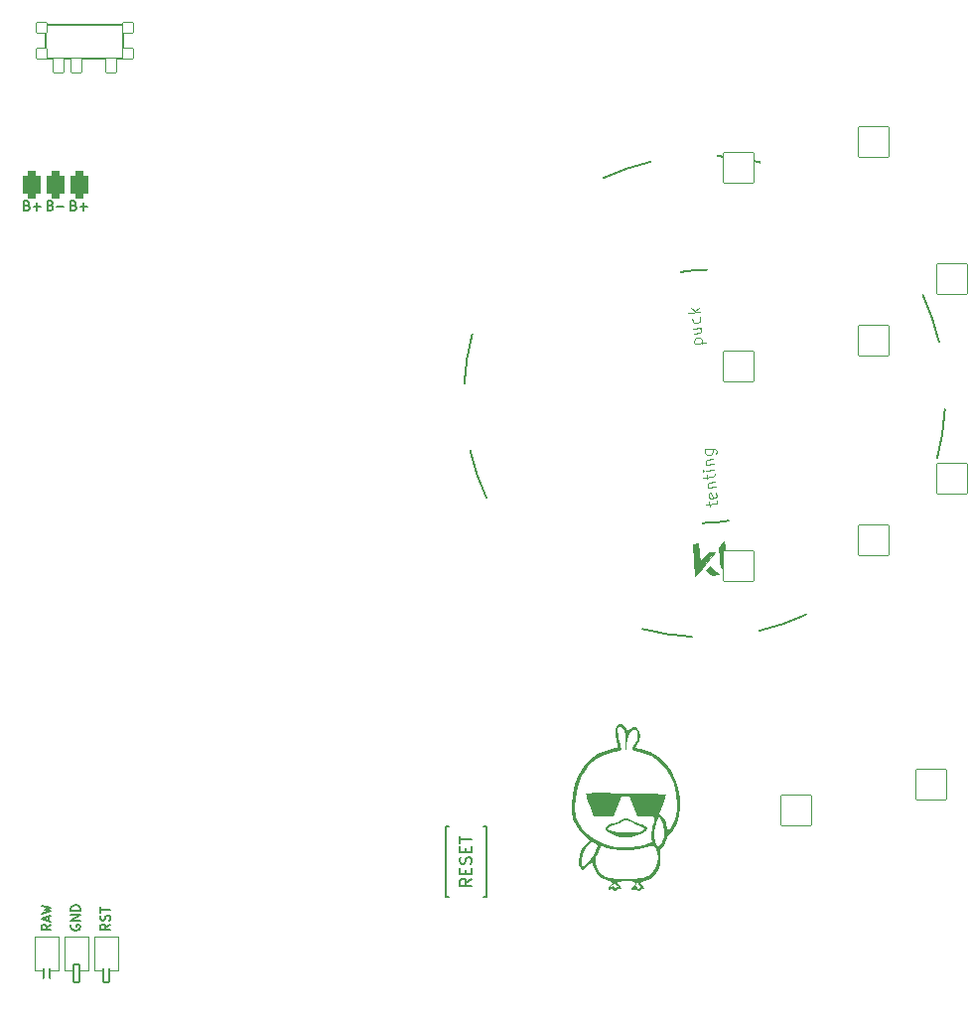
<source format=gto>
%TF.GenerationSoftware,KiCad,Pcbnew,(6.0.4)*%
%TF.CreationDate,2022-07-21T23:48:57+02:00*%
%TF.ProjectId,wizza,77697a7a-612e-46b6-9963-61645f706362,v1.0.0*%
%TF.SameCoordinates,Original*%
%TF.FileFunction,Legend,Top*%
%TF.FilePolarity,Positive*%
%FSLAX46Y46*%
G04 Gerber Fmt 4.6, Leading zero omitted, Abs format (unit mm)*
G04 Created by KiCad (PCBNEW (6.0.4)) date 2022-07-21 23:48:57*
%MOMM*%
%LPD*%
G01*
G04 APERTURE LIST*
G04 Aperture macros list*
%AMRoundRect*
0 Rectangle with rounded corners*
0 $1 Rounding radius*
0 $2 $3 $4 $5 $6 $7 $8 $9 X,Y pos of 4 corners*
0 Add a 4 corners polygon primitive as box body*
4,1,4,$2,$3,$4,$5,$6,$7,$8,$9,$2,$3,0*
0 Add four circle primitives for the rounded corners*
1,1,$1+$1,$2,$3*
1,1,$1+$1,$4,$5*
1,1,$1+$1,$6,$7*
1,1,$1+$1,$8,$9*
0 Add four rect primitives between the rounded corners*
20,1,$1+$1,$2,$3,$4,$5,0*
20,1,$1+$1,$4,$5,$6,$7,0*
20,1,$1+$1,$6,$7,$8,$9,0*
20,1,$1+$1,$8,$9,$2,$3,0*%
%AMFreePoly0*
4,1,16,0.685355,0.785355,0.700000,0.750000,0.691603,0.722265,0.210093,0.000000,0.691603,-0.722265,0.699029,-0.759806,0.677735,-0.791603,0.650000,-0.800000,-0.500000,-0.800000,-0.535355,-0.785355,-0.550000,-0.750000,-0.550000,0.750000,-0.535355,0.785355,-0.500000,0.800000,0.650000,0.800000,0.685355,0.785355,0.685355,0.785355,$1*%
%AMFreePoly1*
4,1,16,0.535355,0.785355,0.550000,0.750000,0.550000,-0.750000,0.535355,-0.785355,0.500000,-0.800000,-0.500000,-0.800000,-0.535355,-0.785355,-0.541603,-0.777735,-1.041603,-0.027735,-1.049029,0.009806,-1.041603,0.027735,-0.541603,0.777735,-0.509806,0.799029,-0.500000,0.800000,0.500000,0.800000,0.535355,0.785355,0.535355,0.785355,$1*%
G04 Aperture macros list end*
%ADD10C,0.150000*%
%ADD11C,0.100000*%
%ADD12C,0.200000*%
%ADD13C,0.010000*%
%ADD14C,0.120000*%
%ADD15C,2.000000*%
%ADD16RoundRect,0.375000X-0.375000X-0.750000X0.375000X-0.750000X0.375000X0.750000X-0.375000X0.750000X0*%
%ADD17C,1.752600*%
%ADD18C,2.100000*%
%ADD19C,1.801800*%
%ADD20C,3.100000*%
%ADD21C,3.529000*%
%ADD22RoundRect,0.050000X-1.054507X-1.505993X1.505993X-1.054507X1.054507X1.505993X-1.505993X1.054507X0*%
%ADD23C,2.132000*%
%ADD24RoundRect,0.050000X-1.181751X-1.408356X1.408356X-1.181751X1.181751X1.408356X-1.408356X1.181751X0*%
%ADD25RoundRect,0.050000X-1.300000X-1.300000X1.300000X-1.300000X1.300000X1.300000X-1.300000X1.300000X0*%
%ADD26RoundRect,0.050000X-0.450000X-0.450000X0.450000X-0.450000X0.450000X0.450000X-0.450000X0.450000X0*%
%ADD27RoundRect,0.050000X-0.450000X-0.625000X0.450000X-0.625000X0.450000X0.625000X-0.450000X0.625000X0*%
%ADD28C,5.100000*%
%ADD29C,1.100000*%
%ADD30RoundRect,0.425000X-0.375000X-0.750000X0.375000X-0.750000X0.375000X0.750000X-0.375000X0.750000X0*%
%ADD31RoundRect,0.050000X-0.863113X-1.623279X1.623279X-0.863113X0.863113X1.623279X-1.623279X0.863113X0*%
%ADD32C,4.500000*%
%ADD33C,1.852600*%
%ADD34FreePoly0,90.000000*%
%ADD35RoundRect,0.050000X-0.250000X-0.762000X0.250000X-0.762000X0.250000X0.762000X-0.250000X0.762000X0*%
%ADD36FreePoly1,90.000000*%
G04 APERTURE END LIST*
D10*
%TO.C,B1*%
X84381171Y48178873D02*
X83904981Y47845539D01*
X84381171Y47607444D02*
X83381171Y47607444D01*
X83381171Y47988396D01*
X83428791Y48083634D01*
X83476410Y48131254D01*
X83571648Y48178873D01*
X83714505Y48178873D01*
X83809743Y48131254D01*
X83857362Y48083634D01*
X83904981Y47988396D01*
X83904981Y47607444D01*
X83857362Y48607444D02*
X83857362Y48940777D01*
X84381171Y49083634D02*
X84381171Y48607444D01*
X83381171Y48607444D01*
X83381171Y49083634D01*
X84333552Y49464587D02*
X84381171Y49607444D01*
X84381171Y49845539D01*
X84333552Y49940777D01*
X84285933Y49988396D01*
X84190695Y50036015D01*
X84095457Y50036015D01*
X84000219Y49988396D01*
X83952600Y49940777D01*
X83904981Y49845539D01*
X83857362Y49655063D01*
X83809743Y49559825D01*
X83762124Y49512206D01*
X83666886Y49464587D01*
X83571648Y49464587D01*
X83476410Y49512206D01*
X83428791Y49559825D01*
X83381171Y49655063D01*
X83381171Y49893158D01*
X83428791Y50036015D01*
X83857362Y50464587D02*
X83857362Y50797920D01*
X84381171Y50940777D02*
X84381171Y50464587D01*
X83381171Y50464587D01*
X83381171Y50940777D01*
X83381171Y51226492D02*
X83381171Y51797920D01*
X84381171Y51512206D02*
X83381171Y51512206D01*
%TO.C,*%
%TO.C,PAD1*%
X48470695Y105598396D02*
X48584981Y105560301D01*
X48623076Y105522206D01*
X48661171Y105446015D01*
X48661171Y105331730D01*
X48623076Y105255539D01*
X48584981Y105217444D01*
X48508791Y105179349D01*
X48204029Y105179349D01*
X48204029Y105979349D01*
X48470695Y105979349D01*
X48546886Y105941254D01*
X48584981Y105903158D01*
X48623076Y105826968D01*
X48623076Y105750777D01*
X48584981Y105674587D01*
X48546886Y105636492D01*
X48470695Y105598396D01*
X48204029Y105598396D01*
X49004029Y105484111D02*
X49613552Y105484111D01*
X46470695Y105598396D02*
X46584981Y105560301D01*
X46623076Y105522206D01*
X46661171Y105446015D01*
X46661171Y105331730D01*
X46623076Y105255539D01*
X46584981Y105217444D01*
X46508791Y105179349D01*
X46204029Y105179349D01*
X46204029Y105979349D01*
X46470695Y105979349D01*
X46546886Y105941254D01*
X46584981Y105903158D01*
X46623076Y105826968D01*
X46623076Y105750777D01*
X46584981Y105674587D01*
X46546886Y105636492D01*
X46470695Y105598396D01*
X46204029Y105598396D01*
X47004029Y105484111D02*
X47613552Y105484111D01*
X47308791Y105179349D02*
X47308791Y105788873D01*
X50470695Y105598396D02*
X50584981Y105560301D01*
X50623076Y105522206D01*
X50661171Y105446015D01*
X50661171Y105331730D01*
X50623076Y105255539D01*
X50584981Y105217444D01*
X50508791Y105179349D01*
X50204029Y105179349D01*
X50204029Y105979349D01*
X50470695Y105979349D01*
X50546886Y105941254D01*
X50584981Y105903158D01*
X50623076Y105826968D01*
X50623076Y105750777D01*
X50584981Y105674587D01*
X50546886Y105636492D01*
X50470695Y105598396D01*
X50204029Y105598396D01*
X51004029Y105484111D02*
X51613552Y105484111D01*
X51308791Y105179349D02*
X51308791Y105788873D01*
%TO.C,*%
D11*
%TO.C,REF\u002A\u002A*%
X104661149Y79949585D02*
X104627946Y80329087D01*
X104316633Y80062846D02*
X105170514Y80137551D01*
X105261239Y80193289D01*
X105300377Y80292315D01*
X105292076Y80387191D01*
X105182384Y81094608D02*
X105238123Y81003883D01*
X105254724Y80814132D01*
X105215586Y80715106D01*
X105124861Y80659367D01*
X104745358Y80626165D01*
X104646332Y80665302D01*
X104590594Y80756028D01*
X104573993Y80945779D01*
X104613130Y81044805D01*
X104703856Y81100544D01*
X104798731Y81108844D01*
X104935110Y80642766D01*
X104524190Y81515033D02*
X105188319Y81573137D01*
X104619065Y81523334D02*
X104567477Y81566621D01*
X104511739Y81657347D01*
X104499288Y81799660D01*
X104538425Y81898686D01*
X104629151Y81954425D01*
X105150967Y82000078D01*
X104457785Y82274039D02*
X104424583Y82653542D01*
X104113269Y82387300D02*
X104967151Y82462005D01*
X105057876Y82517744D01*
X105097013Y82616770D01*
X105088713Y82711645D01*
X105059661Y83043710D02*
X104395531Y82985606D01*
X104063466Y82956555D02*
X104115054Y82913267D01*
X104158342Y82964855D01*
X104106754Y83008143D01*
X104063466Y82956555D01*
X104158342Y82964855D01*
X104354028Y83459985D02*
X105018158Y83518089D01*
X104448904Y83468285D02*
X104397316Y83511573D01*
X104341578Y83602298D01*
X104329127Y83744612D01*
X104368264Y83843638D01*
X104458989Y83899376D01*
X104980806Y83945029D01*
X104237821Y84788244D02*
X105044264Y84858799D01*
X105143290Y84819662D01*
X105194878Y84776374D01*
X105250616Y84685649D01*
X105263067Y84543335D01*
X105223930Y84444309D01*
X104854513Y84842198D02*
X104910251Y84751473D01*
X104926852Y84561721D01*
X104887715Y84462695D01*
X104844427Y84411107D01*
X104753702Y84355369D01*
X104469075Y84330467D01*
X104370049Y84369604D01*
X104318461Y84412892D01*
X104262722Y84503617D01*
X104246121Y84693369D01*
X104285259Y84792395D01*
X103387254Y93781692D02*
X104383449Y93868848D01*
X103434692Y93785842D02*
X103378953Y93876568D01*
X103362352Y94066319D01*
X103401489Y94165345D01*
X103444777Y94216933D01*
X103535502Y94272672D01*
X103820130Y94297573D01*
X103919155Y94258436D01*
X103970744Y94215149D01*
X104026482Y94124423D01*
X104043083Y93934672D01*
X104003946Y93835646D01*
X103271046Y95109952D02*
X103935176Y95168056D01*
X103308399Y94683011D02*
X103830215Y94728664D01*
X103920940Y94784403D01*
X103960078Y94883429D01*
X103947627Y95025742D01*
X103891888Y95116468D01*
X103840300Y95159755D01*
X103808883Y96065224D02*
X103864621Y95974499D01*
X103881222Y95784748D01*
X103842085Y95685722D01*
X103798798Y95634134D01*
X103708072Y95578395D01*
X103423445Y95553493D01*
X103324419Y95592631D01*
X103272831Y95635918D01*
X103217093Y95726644D01*
X103200492Y95916395D01*
X103239629Y96015421D01*
X103818968Y96496315D02*
X102822774Y96409160D01*
X103431165Y96557989D02*
X103785766Y96875818D01*
X103121636Y96817714D02*
X103534341Y96471414D01*
D10*
%TO.C,MCU1*%
X48511068Y44276669D02*
X48130116Y44010002D01*
X48511068Y43819526D02*
X47711068Y43819526D01*
X47711068Y44124288D01*
X47749164Y44200478D01*
X47787259Y44238573D01*
X47863449Y44276669D01*
X47977735Y44276669D01*
X48053925Y44238573D01*
X48092021Y44200478D01*
X48130116Y44124288D01*
X48130116Y43819526D01*
X48282497Y44581430D02*
X48282497Y44962383D01*
X48511068Y44505240D02*
X47711068Y44771907D01*
X48511068Y45038573D01*
X47711068Y45229050D02*
X48511068Y45419526D01*
X47939640Y45571907D01*
X48511068Y45724288D01*
X47711068Y45914764D01*
X53548636Y44313932D02*
X53167684Y44047266D01*
X53548636Y43856789D02*
X52748636Y43856789D01*
X52748636Y44161551D01*
X52786732Y44237742D01*
X52824827Y44275837D01*
X52901017Y44313932D01*
X53015303Y44313932D01*
X53091493Y44275837D01*
X53129589Y44237742D01*
X53167684Y44161551D01*
X53167684Y43856789D01*
X53510541Y44618694D02*
X53548636Y44732980D01*
X53548636Y44923456D01*
X53510541Y44999647D01*
X53472446Y45037742D01*
X53396255Y45075837D01*
X53320065Y45075837D01*
X53243874Y45037742D01*
X53205779Y44999647D01*
X53167684Y44923456D01*
X53129589Y44771075D01*
X53091493Y44694885D01*
X53053398Y44656789D01*
X52977208Y44618694D01*
X52901017Y44618694D01*
X52824827Y44656789D01*
X52786732Y44694885D01*
X52748636Y44771075D01*
X52748636Y44961551D01*
X52786732Y45075837D01*
X52748636Y45304408D02*
X52748636Y45761551D01*
X53548636Y45532980D02*
X52748636Y45532980D01*
X50246732Y44256789D02*
X50208636Y44180598D01*
X50208636Y44066313D01*
X50246732Y43952027D01*
X50322922Y43875836D01*
X50399112Y43837741D01*
X50551493Y43799646D01*
X50665779Y43799646D01*
X50818160Y43837741D01*
X50894351Y43875836D01*
X50970541Y43952027D01*
X51008636Y44066313D01*
X51008636Y44142503D01*
X50970541Y44256789D01*
X50932446Y44294884D01*
X50665779Y44294884D01*
X50665779Y44142503D01*
X51008636Y44637741D02*
X50208636Y44637741D01*
X51008636Y45094884D01*
X50208636Y45094884D01*
X51008636Y45475836D02*
X50208636Y45475836D01*
X50208636Y45666313D01*
X50246732Y45780598D01*
X50322922Y45856789D01*
X50399112Y45894884D01*
X50551493Y45932979D01*
X50665779Y45932979D01*
X50818160Y45894884D01*
X50894351Y45856789D01*
X50970541Y45780598D01*
X51008636Y45666313D01*
X51008636Y45475836D01*
%TO.C,B1*%
X85678791Y52631254D02*
X85678791Y46631254D01*
X82178791Y52631254D02*
X82178791Y46631254D01*
X85678791Y46631254D02*
X85428791Y46631254D01*
X82178791Y52631254D02*
X82428791Y52631254D01*
X82178791Y46631254D02*
X82428791Y46631254D01*
X85678791Y52631254D02*
X85428791Y52631254D01*
%TO.C,T1*%
X48089406Y120958838D02*
X48089406Y118108838D01*
X53339406Y120958838D02*
X49439406Y120958838D01*
X48089406Y118108838D02*
X54689406Y118108838D01*
X51389406Y120958838D02*
X54689406Y120958838D01*
X54689406Y118108838D02*
X54689406Y120958838D01*
X51389406Y120958838D02*
X48089406Y120958838D01*
%TO.C,G\u002A\u002A\u002A*%
G36*
X96548769Y51916693D02*
G01*
X96405046Y51986068D01*
X96071849Y52161485D01*
X95876390Y52299170D01*
X95796207Y52416253D01*
X95795437Y52422093D01*
X95971676Y52422093D01*
X95988101Y52401210D01*
X96168529Y52306350D01*
X96478794Y52228443D01*
X96880033Y52169837D01*
X97333380Y52132882D01*
X97799971Y52119924D01*
X98240942Y52133314D01*
X98617428Y52175398D01*
X98839213Y52228933D01*
X99066563Y52338527D01*
X99125263Y52453746D01*
X99015852Y52573289D01*
X98738871Y52695852D01*
X98630869Y52730683D01*
X98329356Y52840577D01*
X98072381Y52965621D01*
X97948079Y53051658D01*
X97686468Y53198637D01*
X97401413Y53181437D01*
X97174404Y53053918D01*
X96971575Y52935354D01*
X96684543Y52814259D01*
X96509192Y52756473D01*
X96179178Y52639529D01*
X95996898Y52525950D01*
X95971676Y52422093D01*
X95795437Y52422093D01*
X95791213Y52454114D01*
X95870313Y52641197D01*
X96085454Y52802174D01*
X96403391Y52915079D01*
X96523091Y52937724D01*
X96819227Y53026045D01*
X97099819Y53173993D01*
X97119063Y53187854D01*
X97417341Y53352947D01*
X97684738Y53362645D01*
X97958727Y53216474D01*
X98007986Y53176654D01*
X98219951Y53036549D01*
X98416467Y52965305D01*
X98443542Y52963128D01*
X98631143Y52927601D01*
X98887293Y52840321D01*
X98993454Y52795214D01*
X99223865Y52672121D01*
X99324025Y52558230D01*
X99332121Y52445887D01*
X99256264Y52268866D01*
X99177879Y52197204D01*
X98776550Y51996716D01*
X98470488Y51864649D01*
X98208234Y51784897D01*
X97938327Y51741354D01*
X97653879Y51720212D01*
X97317799Y51709037D01*
X97067688Y51728245D01*
X96834395Y51792557D01*
X96774776Y51818468D01*
X97338590Y51818468D01*
X97444964Y51805184D01*
X97569213Y51802714D01*
X97752334Y51809319D01*
X97802603Y51826205D01*
X97759713Y51839406D01*
X97512995Y51853413D01*
X97378713Y51839406D01*
X97338590Y51818468D01*
X96774776Y51818468D01*
X96622697Y51884563D01*
X96928601Y51884563D01*
X97011824Y51871005D01*
X97121638Y51886571D01*
X97122949Y51915473D01*
X97009632Y51935685D01*
X96960671Y51922157D01*
X96928601Y51884563D01*
X96622697Y51884563D01*
X96548769Y51916693D01*
G37*
G36*
X98161879Y47608299D02*
G01*
X98308086Y47757655D01*
X98331483Y47861449D01*
X98220559Y47926699D01*
X97963803Y47960423D01*
X97569213Y47969654D01*
X97233654Y47962297D01*
X96973489Y47942592D01*
X96826488Y47914084D01*
X96807213Y47898109D01*
X96863825Y47793600D01*
X96976546Y47673320D01*
X97111933Y47506152D01*
X97141779Y47370993D01*
X97065485Y47307066D01*
X96982014Y47315423D01*
X96825406Y47300589D01*
X96773004Y47240631D01*
X96671502Y47131810D01*
X96550759Y47166937D01*
X96499759Y47248437D01*
X96419632Y47328949D01*
X96296315Y47290770D01*
X96127485Y47217066D01*
X96057445Y47253272D01*
X96045213Y47376270D01*
X96086519Y47485062D01*
X96247582Y47485062D01*
X96342131Y47490412D01*
X96413825Y47536040D01*
X96513965Y47579159D01*
X96581750Y47478828D01*
X96594179Y47442272D01*
X96645149Y47319966D01*
X96682189Y47352612D01*
X96694491Y47393461D01*
X96789057Y47497378D01*
X96876017Y47491413D01*
X96947771Y47484640D01*
X96886176Y47559575D01*
X96838576Y47601939D01*
X96687431Y47762606D01*
X96612427Y47884987D01*
X96574389Y47957700D01*
X96559897Y47866799D01*
X96486289Y47715721D01*
X96376628Y47627106D01*
X96258972Y47538333D01*
X96247582Y47485062D01*
X96086519Y47485062D01*
X96111804Y47551659D01*
X96214546Y47650636D01*
X96358777Y47776698D01*
X96346809Y47883427D01*
X96173923Y47977232D01*
X95923685Y48045695D01*
X95470332Y48229968D01*
X95098315Y48547809D01*
X94834887Y48972320D01*
X94757500Y49196673D01*
X94656230Y49575311D01*
X94440555Y49438221D01*
X94226473Y49271191D01*
X94034699Y49079892D01*
X93844518Y48858654D01*
X93665104Y49070320D01*
X93534533Y49345228D01*
X93513264Y49607055D01*
X93759995Y49607055D01*
X93767563Y49381545D01*
X93804556Y49252958D01*
X93828732Y49239654D01*
X93921165Y49294163D01*
X94094964Y49436680D01*
X94267926Y49595208D01*
X94958075Y49595208D01*
X95040017Y49215462D01*
X95141292Y48978902D01*
X95318852Y48707165D01*
X95542676Y48498370D01*
X95833727Y48346419D01*
X96212965Y48245216D01*
X96701352Y48188663D01*
X97319849Y48170662D01*
X97891011Y48179046D01*
X98373591Y48195871D01*
X98725151Y48219503D01*
X98984000Y48255680D01*
X99188449Y48310137D01*
X99376806Y48388611D01*
X99415011Y48407243D01*
X99788712Y48682661D01*
X100061287Y49071473D01*
X100220691Y49543067D01*
X100254880Y50066830D01*
X100205320Y50416023D01*
X100120299Y50723903D01*
X100012097Y50901455D01*
X99845836Y50965233D01*
X99586637Y50931790D01*
X99294975Y50848067D01*
X98618321Y50693028D01*
X97861873Y50615507D01*
X97097962Y50618646D01*
X96398918Y50705590D01*
X96333762Y50719369D01*
X95999866Y50798470D01*
X95718211Y50874757D01*
X95539950Y50934145D01*
X95519599Y50943589D01*
X95417616Y50965645D01*
X95345873Y50877142D01*
X95288498Y50698615D01*
X95198447Y50441541D01*
X95090907Y50231808D01*
X95075970Y50210704D01*
X94969110Y49944877D01*
X94958075Y49595208D01*
X94267926Y49595208D01*
X94300217Y49624804D01*
X94530943Y49884156D01*
X94755600Y50200621D01*
X94946056Y50526798D01*
X95074178Y50815288D01*
X95113052Y50994313D01*
X95045492Y51100977D01*
X94880501Y51218521D01*
X94867933Y51225156D01*
X94719572Y51292244D01*
X94609761Y51289270D01*
X94486811Y51196665D01*
X94319524Y51017549D01*
X94113649Y50756764D01*
X93940700Y50482062D01*
X93888137Y50374200D01*
X93822852Y50152477D01*
X93779282Y49880397D01*
X93759995Y49607055D01*
X93513264Y49607055D01*
X93504993Y49708866D01*
X93567161Y50121528D01*
X93711713Y50543512D01*
X93929327Y50935110D01*
X94169661Y51219079D01*
X94426285Y51462837D01*
X93967790Y51881875D01*
X93491234Y52426850D01*
X93232087Y52864296D01*
X93111932Y53117494D01*
X93032871Y53325272D01*
X92986543Y53534772D01*
X92964585Y53793137D01*
X92958632Y54147512D01*
X92959162Y54402833D01*
X92962286Y54446654D01*
X93218487Y54446654D01*
X93222191Y54033476D01*
X93243613Y53733411D01*
X93292475Y53490425D01*
X93378496Y53248486D01*
X93457635Y53068109D01*
X93801095Y52507242D01*
X94285819Y51997522D01*
X94886910Y51557465D01*
X95579474Y51205587D01*
X96268603Y50977519D01*
X96747577Y50900115D01*
X97328105Y50872240D01*
X97950579Y50891450D01*
X98555394Y50955300D01*
X99082943Y51061347D01*
X99208030Y51098056D01*
X99788514Y51284007D01*
X99735086Y51722331D01*
X99744256Y52185539D01*
X99990672Y52185539D01*
X99992501Y51782998D01*
X100039959Y51422246D01*
X100132566Y51162198D01*
X100139925Y51150507D01*
X100292934Y50916987D01*
X100491075Y51103131D01*
X100630921Y51299036D01*
X100751748Y51575222D01*
X100786655Y51695444D01*
X100841512Y52251404D01*
X100749052Y52794589D01*
X100572472Y53188590D01*
X100449038Y53379701D01*
X100377998Y53438971D01*
X100331438Y53383641D01*
X100317637Y53345987D01*
X100244234Y53155290D01*
X100140033Y52911839D01*
X100125823Y52880320D01*
X100034953Y52570952D01*
X99990672Y52185539D01*
X99744256Y52185539D01*
X99746887Y52318464D01*
X99815373Y52626320D01*
X99927187Y53007234D01*
X99987036Y53252692D01*
X99976751Y53393164D01*
X99878165Y53459121D01*
X99673111Y53481032D01*
X99343421Y53489367D01*
X99299977Y53490723D01*
X98556979Y53515320D01*
X98210153Y54361987D01*
X97863326Y55208654D01*
X97202782Y55208654D01*
X96509034Y53515320D01*
X95656978Y53491356D01*
X94804921Y53467391D01*
X94450280Y54407795D01*
X94316270Y54782398D01*
X94215350Y55102374D01*
X94157496Y55333216D01*
X94152063Y55439495D01*
X94230403Y55463925D01*
X94435760Y55481601D01*
X94775234Y55492593D01*
X95255926Y55496967D01*
X95884938Y55494792D01*
X96669369Y55486136D01*
X97557411Y55472105D01*
X98293401Y55458373D01*
X98975168Y55444047D01*
X99584444Y55429630D01*
X100102957Y55415626D01*
X100512437Y55402541D01*
X100794615Y55390878D01*
X100931219Y55381143D01*
X100941077Y55378678D01*
X100929423Y55289420D01*
X100870066Y55076958D01*
X100773609Y54777069D01*
X100696799Y54554360D01*
X100417780Y53764784D01*
X100642522Y53540041D01*
X100804303Y53310373D01*
X100951922Y52982470D01*
X101009967Y52802026D01*
X101152669Y52288752D01*
X101365188Y52601502D01*
X101627804Y53058889D01*
X101792290Y53534598D01*
X101872948Y54081040D01*
X101887213Y54514440D01*
X101818027Y55422700D01*
X101616626Y56259392D01*
X101292246Y57011903D01*
X100854123Y57667624D01*
X100311493Y58213943D01*
X99673590Y58638249D01*
X98949652Y58927931D01*
X98593509Y59011903D01*
X98264209Y59088539D01*
X98092912Y59182768D01*
X98068634Y59322966D01*
X98180389Y59537511D01*
X98317212Y59725608D01*
X98494863Y60047466D01*
X98542879Y60383663D01*
X98508890Y60705125D01*
X98405018Y60874434D01*
X98228403Y60894940D01*
X98135250Y60861548D01*
X97921354Y60678073D01*
X97755651Y60363077D01*
X97652584Y59950977D01*
X97626045Y59648196D01*
X97607160Y59332323D01*
X97577814Y59174921D01*
X97544456Y59165973D01*
X97513531Y59295462D01*
X97491486Y59553373D01*
X97484546Y59868040D01*
X97458822Y60407933D01*
X97383570Y60811873D01*
X97261670Y61070826D01*
X97096001Y61175757D01*
X97067146Y61177654D01*
X96905297Y61102994D01*
X96843719Y60972913D01*
X96833117Y60754481D01*
X96868757Y60432699D01*
X96940374Y60063845D01*
X97037700Y59704194D01*
X97113789Y59492487D01*
X97185333Y59299174D01*
X97210916Y59187703D01*
X97208579Y59180132D01*
X97120086Y59152466D01*
X96908450Y59101553D01*
X96616524Y59037603D01*
X96565843Y59026972D01*
X95759686Y58788482D01*
X95071834Y58431102D01*
X94494622Y57949106D01*
X94020385Y57336765D01*
X93815195Y56971424D01*
X93509440Y56271210D01*
X93319995Y55591636D01*
X93230699Y54864320D01*
X93218487Y54446654D01*
X92962286Y54446654D01*
X93028468Y55374948D01*
X93222742Y56265453D01*
X93534816Y57063940D01*
X93957521Y57760001D01*
X94483690Y58343228D01*
X95106155Y58803211D01*
X95817748Y59129542D01*
X96304796Y59261051D01*
X96575363Y59321742D01*
X96771997Y59376107D01*
X96841467Y59405686D01*
X96845550Y59504917D01*
X96809957Y59715001D01*
X96762766Y59911591D01*
X96658750Y60429936D01*
X96643025Y60856316D01*
X96714871Y61170681D01*
X96812998Y61309890D01*
X96953231Y61413009D01*
X97080602Y61408226D01*
X97215165Y61341103D01*
X97422529Y61167607D01*
X97553909Y60981485D01*
X97665605Y60749134D01*
X97920238Y60963394D01*
X98130348Y61122224D01*
X98279782Y61161547D01*
X98427225Y61081968D01*
X98546728Y60969836D01*
X98716877Y60687467D01*
X98760256Y60336547D01*
X98677137Y59960478D01*
X98538694Y59697876D01*
X98415367Y59505217D01*
X98350718Y59382286D01*
X98348194Y59361764D01*
X98437841Y59335674D01*
X98644067Y59286598D01*
X98857894Y59239174D01*
X99611255Y58993109D01*
X100285881Y58601976D01*
X100873028Y58074899D01*
X101363952Y57421002D01*
X101749909Y56649409D01*
X101966030Y55995985D01*
X102141692Y55115044D01*
X102184236Y54296592D01*
X102095634Y53552261D01*
X101877859Y52893682D01*
X101532884Y52332485D01*
X101302099Y52081313D01*
X101138043Y51890413D01*
X101047054Y51716705D01*
X101040546Y51675774D01*
X100998536Y51481177D01*
X100894448Y51237357D01*
X100761198Y51006396D01*
X100631701Y50850379D01*
X100588360Y50822876D01*
X100527411Y50757568D01*
X100491282Y50600216D01*
X100475976Y50322691D01*
X100475643Y50029267D01*
X100471138Y49621245D01*
X100441201Y49324827D01*
X100376732Y49083073D01*
X100293457Y48889272D01*
X100003762Y48476848D01*
X99603291Y48176616D01*
X99126718Y48014364D01*
X99114379Y48012339D01*
X98857847Y47941938D01*
X98763379Y47841719D01*
X98833540Y47716551D01*
X98923879Y47650636D01*
X99059270Y47514969D01*
X99083820Y47380177D01*
X98995056Y47298624D01*
X98940813Y47292320D01*
X98749260Y47236071D01*
X98681113Y47186487D01*
X98576675Y47131602D01*
X98471494Y47219447D01*
X98460641Y47233887D01*
X98349554Y47326796D01*
X98292010Y47297387D01*
X98175153Y47214299D01*
X98048354Y47232750D01*
X97992546Y47335483D01*
X98028577Y47424982D01*
X98199247Y47424982D01*
X98213652Y47415187D01*
X98275906Y47460216D01*
X98405566Y47533294D01*
X98492315Y47471902D01*
X98527002Y47415321D01*
X98601868Y47305825D01*
X98639153Y47342268D01*
X98651112Y47393461D01*
X98737166Y47498525D01*
X98823350Y47494534D01*
X98882221Y47496602D01*
X98795046Y47579603D01*
X98775713Y47594221D01*
X98631970Y47745590D01*
X98578528Y47874147D01*
X98564475Y47962517D01*
X98525681Y47885705D01*
X98525419Y47884987D01*
X98439084Y47732751D01*
X98299269Y47548883D01*
X98199247Y47424982D01*
X98028577Y47424982D01*
X98052297Y47483901D01*
X98161879Y47608299D01*
G37*
D12*
%TO.C,REF\u002A\u002A*%
X103307945Y100061176D02*
G75*
G03*
X102189008Y99903920I940833J-10753844D01*
G01*
X84255162Y84689623D02*
G75*
G03*
X85646838Y80644977I19993583J4617617D01*
G01*
X104437190Y100100610D02*
G75*
G03*
X103307945Y100061176I-188408J-10793256D01*
G01*
X108866422Y69313625D02*
G75*
G03*
X112911068Y70705301I-4617632J19993625D01*
G01*
X84425255Y94607737D02*
G75*
G03*
X83757067Y90382876I19823519J-5300480D01*
G01*
X98948310Y69483717D02*
G75*
G03*
X103173169Y68815530I5300481J19823537D01*
G01*
X105189637Y78553331D02*
G75*
G03*
X106308574Y78710588I-940837J10753823D01*
G01*
X109549273Y109130791D02*
G75*
G03*
X105324413Y109798978I-5300482J-19823537D01*
G01*
X124072328Y84006773D02*
G75*
G03*
X124740515Y88231632I-19823588J5300489D01*
G01*
X99631160Y109300883D02*
G75*
G03*
X95586513Y107909207I4617626J-19993612D01*
G01*
X104060392Y78513898D02*
G75*
G03*
X105189637Y78553332I188400J10793277D01*
G01*
X124242419Y93924885D02*
G75*
G03*
X122850745Y97969529I-19993688J-4617652D01*
G01*
G36*
X104694683Y74802523D02*
G01*
X104719293Y74781726D01*
X104756737Y74749335D01*
X104804855Y74707277D01*
X104861478Y74657476D01*
X104924444Y74601859D01*
X104991585Y74542349D01*
X105060739Y74480872D01*
X105129738Y74419354D01*
X105196419Y74359719D01*
X105258618Y74303893D01*
X105314167Y74253801D01*
X105360903Y74211368D01*
X105396660Y74178519D01*
X105419274Y74157180D01*
X105421793Y74154699D01*
X105452918Y74123658D01*
X104835263Y74069621D01*
X104647227Y74229911D01*
X104588919Y74279762D01*
X104534337Y74326696D01*
X104486750Y74367886D01*
X104449419Y74400502D01*
X104425612Y74421717D01*
X104422143Y74424919D01*
X104385094Y74459637D01*
X104531454Y74634402D01*
X104576667Y74688002D01*
X104616947Y74735016D01*
X104649931Y74772747D01*
X104673258Y74798499D01*
X104684564Y74809574D01*
X104685077Y74809803D01*
X104694683Y74802523D01*
G37*
D13*
X104694683Y74802523D02*
X104719293Y74781726D01*
X104756737Y74749335D01*
X104804855Y74707277D01*
X104861478Y74657476D01*
X104924444Y74601859D01*
X104991585Y74542349D01*
X105060739Y74480872D01*
X105129738Y74419354D01*
X105196419Y74359719D01*
X105258618Y74303893D01*
X105314167Y74253801D01*
X105360903Y74211368D01*
X105396660Y74178519D01*
X105419274Y74157180D01*
X105421793Y74154699D01*
X105452918Y74123658D01*
X104835263Y74069621D01*
X104647227Y74229911D01*
X104588919Y74279762D01*
X104534337Y74326696D01*
X104486750Y74367886D01*
X104449419Y74400502D01*
X104425612Y74421717D01*
X104422143Y74424919D01*
X104385094Y74459637D01*
X104531454Y74634402D01*
X104576667Y74688002D01*
X104616947Y74735016D01*
X104649931Y74772747D01*
X104673258Y74798499D01*
X104684564Y74809574D01*
X104685077Y74809803D01*
X104694683Y74802523D01*
G36*
X105558667Y75183081D02*
G01*
X105555343Y75216065D01*
X106064685Y75216065D01*
X106064947Y75117766D01*
X106083981Y75021510D01*
X106122492Y74930501D01*
X106155756Y74879059D01*
X106230129Y74796946D01*
X106315485Y74733266D01*
X106409152Y74688767D01*
X106508457Y74664197D01*
X106610727Y74660301D01*
X106713291Y74677828D01*
X106784159Y74703390D01*
X106825591Y74723162D01*
X106864827Y74744021D01*
X106880255Y74753177D01*
X106922666Y74788009D01*
X106967776Y74838326D01*
X107010817Y74897760D01*
X107047019Y74959946D01*
X107065085Y75000000D01*
X107081333Y75045836D01*
X107090565Y75085399D01*
X107094208Y75128172D01*
X107093690Y75183641D01*
X107093510Y75188935D01*
X107080807Y75295478D01*
X107049507Y75391006D01*
X106997878Y75480269D01*
X106977689Y75507141D01*
X106906603Y75579123D01*
X106822668Y75634187D01*
X106729408Y75671698D01*
X106630348Y75691015D01*
X106529016Y75691506D01*
X106428937Y75672529D01*
X106333634Y75633449D01*
X106320232Y75625967D01*
X106237230Y75565554D01*
X106169467Y75491150D01*
X106117651Y75405964D01*
X106082489Y75313200D01*
X106064685Y75216065D01*
X105555343Y75216065D01*
X105547976Y75289182D01*
X105536246Y75411281D01*
X105523621Y75547972D01*
X105510246Y75697851D01*
X105509220Y75709542D01*
X105448846Y76398616D01*
X105910167Y76950951D01*
X105953332Y76459274D01*
X105962608Y76355447D01*
X105971527Y76259113D01*
X105979847Y76172623D01*
X105987326Y76098330D01*
X105993727Y76038586D01*
X105998807Y75995743D01*
X106002325Y75972153D01*
X106003581Y75968217D01*
X106015415Y75975590D01*
X106038742Y75994037D01*
X106061285Y76013277D01*
X106169381Y76093726D01*
X106286853Y76153295D01*
X106414327Y76192229D01*
X106552437Y76210775D01*
X106570240Y76211662D01*
X106660105Y76212947D01*
X106737337Y76207721D01*
X106810415Y76194548D01*
X106887814Y76171991D01*
X106960244Y76145564D01*
X107094252Y76081708D01*
X107214759Y75999920D01*
X107320609Y75901783D01*
X107410650Y75788876D01*
X107483728Y75662780D01*
X107538691Y75525077D01*
X107574383Y75377347D01*
X107585746Y75288329D01*
X107588783Y75135534D01*
X107570146Y74988787D01*
X107529339Y74845449D01*
X107481620Y74733947D01*
X107406719Y74606641D01*
X107314631Y74493335D01*
X107207434Y74395297D01*
X107087205Y74313794D01*
X106956022Y74250096D01*
X106815959Y74205466D01*
X106669097Y74181174D01*
X106568841Y74176903D01*
X106422615Y74189086D01*
X106278549Y74222934D01*
X106140132Y74277055D01*
X106010857Y74350063D01*
X105894213Y74440567D01*
X105885053Y74448966D01*
X105795156Y74545619D01*
X105715429Y74657277D01*
X105649503Y74777853D01*
X105601010Y74901256D01*
X105588126Y74946757D01*
X105583049Y74974816D01*
X105576348Y75024493D01*
X105570498Y75074507D01*
X105568173Y75094383D01*
X105558667Y75183081D01*
G37*
X105558667Y75183081D02*
X105555343Y75216065D01*
X106064685Y75216065D01*
X106064947Y75117766D01*
X106083981Y75021510D01*
X106122492Y74930501D01*
X106155756Y74879059D01*
X106230129Y74796946D01*
X106315485Y74733266D01*
X106409152Y74688767D01*
X106508457Y74664197D01*
X106610727Y74660301D01*
X106713291Y74677828D01*
X106784159Y74703390D01*
X106825591Y74723162D01*
X106864827Y74744021D01*
X106880255Y74753177D01*
X106922666Y74788009D01*
X106967776Y74838326D01*
X107010817Y74897760D01*
X107047019Y74959946D01*
X107065085Y75000000D01*
X107081333Y75045836D01*
X107090565Y75085399D01*
X107094208Y75128172D01*
X107093690Y75183641D01*
X107093510Y75188935D01*
X107080807Y75295478D01*
X107049507Y75391006D01*
X106997878Y75480269D01*
X106977689Y75507141D01*
X106906603Y75579123D01*
X106822668Y75634187D01*
X106729408Y75671698D01*
X106630348Y75691015D01*
X106529016Y75691506D01*
X106428937Y75672529D01*
X106333634Y75633449D01*
X106320232Y75625967D01*
X106237230Y75565554D01*
X106169467Y75491150D01*
X106117651Y75405964D01*
X106082489Y75313200D01*
X106064685Y75216065D01*
X105555343Y75216065D01*
X105547976Y75289182D01*
X105536246Y75411281D01*
X105523621Y75547972D01*
X105510246Y75697851D01*
X105509220Y75709542D01*
X105448846Y76398616D01*
X105910167Y76950951D01*
X105953332Y76459274D01*
X105962608Y76355447D01*
X105971527Y76259113D01*
X105979847Y76172623D01*
X105987326Y76098330D01*
X105993727Y76038586D01*
X105998807Y75995743D01*
X106002325Y75972153D01*
X106003581Y75968217D01*
X106015415Y75975590D01*
X106038742Y75994037D01*
X106061285Y76013277D01*
X106169381Y76093726D01*
X106286853Y76153295D01*
X106414327Y76192229D01*
X106552437Y76210775D01*
X106570240Y76211662D01*
X106660105Y76212947D01*
X106737337Y76207721D01*
X106810415Y76194548D01*
X106887814Y76171991D01*
X106960244Y76145564D01*
X107094252Y76081708D01*
X107214759Y75999920D01*
X107320609Y75901783D01*
X107410650Y75788876D01*
X107483728Y75662780D01*
X107538691Y75525077D01*
X107574383Y75377347D01*
X107585746Y75288329D01*
X107588783Y75135534D01*
X107570146Y74988787D01*
X107529339Y74845449D01*
X107481620Y74733947D01*
X107406719Y74606641D01*
X107314631Y74493335D01*
X107207434Y74395297D01*
X107087205Y74313794D01*
X106956022Y74250096D01*
X106815959Y74205466D01*
X106669097Y74181174D01*
X106568841Y74176903D01*
X106422615Y74189086D01*
X106278549Y74222934D01*
X106140132Y74277055D01*
X106010857Y74350063D01*
X105894213Y74440567D01*
X105885053Y74448966D01*
X105795156Y74545619D01*
X105715429Y74657277D01*
X105649503Y74777853D01*
X105601010Y74901256D01*
X105588126Y74946757D01*
X105583049Y74974816D01*
X105576348Y75024493D01*
X105570498Y75074507D01*
X105568173Y75094383D01*
X105558667Y75183081D01*
G36*
X103855542Y75137192D02*
G01*
X104585473Y76006819D01*
X104873013Y76028869D01*
X105160553Y76050921D01*
X104391519Y75120217D01*
X104284477Y74990671D01*
X104180273Y74864560D01*
X104080013Y74743220D01*
X103984802Y74627991D01*
X103895745Y74520208D01*
X103813947Y74421209D01*
X103740514Y74332334D01*
X103676551Y74254919D01*
X103623163Y74190302D01*
X103581457Y74139821D01*
X103552537Y74104815D01*
X103540029Y74089671D01*
X103457573Y73989828D01*
X103218603Y76721265D01*
X103713168Y76764534D01*
X103855542Y75137192D01*
G37*
X103855542Y75137192D02*
X104585473Y76006819D01*
X104873013Y76028869D01*
X105160553Y76050921D01*
X104391519Y75120217D01*
X104284477Y74990671D01*
X104180273Y74864560D01*
X104080013Y74743220D01*
X103984802Y74627991D01*
X103895745Y74520208D01*
X103813947Y74421209D01*
X103740514Y74332334D01*
X103676551Y74254919D01*
X103623163Y74190302D01*
X103581457Y74139821D01*
X103552537Y74104815D01*
X103540029Y74089671D01*
X103457573Y73989828D01*
X103218603Y76721265D01*
X103713168Y76764534D01*
X103855542Y75137192D01*
D14*
%TO.C,MCU1*%
X50334791Y40419777D02*
X49654791Y40419777D01*
X54194791Y40419777D02*
X53534791Y40419777D01*
X47114791Y40419777D02*
X47114791Y43219777D01*
X47114791Y43219777D02*
X49114791Y43219777D01*
X52859791Y40419777D02*
X52194791Y40419777D01*
X54194791Y43219777D02*
X54194791Y40419777D01*
X49114791Y40419777D02*
X48434791Y40419777D01*
X52194791Y43219777D02*
X54194791Y43219777D01*
X49654791Y40419777D02*
X49654791Y43219777D01*
X52194791Y40419777D02*
X52194791Y43219777D01*
X47784791Y40419777D02*
X47114791Y40419777D01*
X51654791Y40419777D02*
X50984791Y40419777D01*
X49654791Y43219777D02*
X51654791Y43219777D01*
X51654791Y43219777D02*
X51654791Y40419777D01*
X49114791Y43219777D02*
X49114791Y40419777D01*
%TD*%
D15*
%TO.C,B1*%
X83928791Y46381254D03*
X83928791Y52881254D03*
%TD*%
D16*
%TO.C,PAD1*%
X50908791Y107341254D03*
X48908791Y107341254D03*
X46908791Y107341254D03*
%TD*%
D17*
%TO.C,MCU1*%
X50654791Y38761254D03*
X53194791Y38761254D03*
X53194791Y54001254D03*
X48031045Y54001254D03*
X48114791Y38761254D03*
X50654791Y54001254D03*
X55734791Y54001254D03*
X58274791Y54001254D03*
X60814791Y54001254D03*
X63354791Y54001254D03*
X65894791Y54001254D03*
X68434791Y54001254D03*
X70974791Y54001254D03*
X73514791Y54001254D03*
X76054791Y54001254D03*
X55734791Y38761254D03*
X58274791Y38761254D03*
X60814791Y38761254D03*
X63354791Y38761254D03*
X65894791Y38761254D03*
X68434791Y38761254D03*
X70974791Y38761254D03*
X73514791Y38761254D03*
X76054791Y38761254D03*
%TD*%
%LPC*%
D18*
%TO.C,B1*%
X83928791Y46381254D03*
X83928791Y52881254D03*
%TD*%
D19*
%TO.C,S11*%
X65970667Y103790002D03*
D20*
X75659968Y109306336D03*
X70353903Y110604673D03*
D21*
X71387110Y104745067D03*
D19*
X76803553Y105700132D03*
D20*
X65811891Y107569854D03*
D22*
X73579148Y111173370D03*
D23*
X67122934Y100134557D03*
X76971012Y101871038D03*
D22*
X62586644Y107001157D03*
D23*
X72411634Y98934701D03*
%TD*%
D20*
%TO.C,S15*%
X88913836Y100414117D03*
X93703066Y103041525D03*
X98875783Y101285675D03*
D21*
X94221643Y97114167D03*
D19*
X99700714Y97593524D03*
X88742572Y96634810D03*
D23*
X89571861Y92892848D03*
D24*
X96965603Y103326959D03*
D23*
X99533808Y93764406D03*
X94735862Y91236618D03*
D24*
X85651297Y100128683D03*
%TD*%
D20*
%TO.C,S21*%
X120424791Y91827253D03*
D19*
X109924791Y88077254D03*
X120924791Y88077254D03*
D21*
X115424791Y88077254D03*
D20*
X115424791Y94027254D03*
X110424791Y91827253D03*
D25*
X118699790Y94027253D03*
D23*
X120424791Y84277254D03*
X110424791Y84277254D03*
D25*
X107149790Y91827254D03*
D23*
X115424791Y82177254D03*
%TD*%
D26*
%TO.C,T1*%
X55089406Y118508838D03*
X47689406Y120708838D03*
X55089406Y120708838D03*
X47689406Y118508838D03*
D27*
X53639406Y117533838D03*
X50639406Y117533838D03*
X49139406Y117533838D03*
%TD*%
D28*
%TO.C,*%
X141078791Y61367254D03*
%TD*%
D29*
%TO.C,T2*%
X49889406Y119608838D03*
X52889406Y119608838D03*
%TD*%
D20*
%TO.C,S29*%
X128599495Y99294490D03*
D21*
X133599495Y95544491D03*
D20*
X133599495Y101494491D03*
D19*
X128099495Y95544491D03*
X139099495Y95544491D03*
D20*
X138599495Y99294490D03*
D23*
X128599495Y91744491D03*
X138599495Y91744491D03*
D25*
X136874494Y101494490D03*
D23*
X133599495Y89644491D03*
D25*
X125324494Y99294491D03*
%TD*%
D28*
%TO.C,*%
X47860791Y58573254D03*
%TD*%
D19*
%TO.C,S33*%
X144011792Y47543254D03*
D20*
X133511792Y51293253D03*
X143511792Y51293253D03*
D19*
X133011792Y47543254D03*
D20*
X138511792Y53493254D03*
D21*
X138511792Y47543254D03*
D25*
X141786791Y53493253D03*
D23*
X143511792Y43743254D03*
X133511792Y43743254D03*
X138511792Y41643254D03*
D25*
X130236791Y51293254D03*
%TD*%
D20*
%TO.C,S7*%
X81564006Y75822872D03*
X76257941Y77121209D03*
D19*
X71874705Y70306538D03*
D20*
X71715929Y74086390D03*
D21*
X77291148Y71261603D03*
D19*
X82707591Y72216668D03*
D23*
X82875050Y68387574D03*
D22*
X79483186Y77689906D03*
D23*
X73026972Y66651093D03*
D22*
X68490682Y73517693D03*
D23*
X78315672Y65451237D03*
%TD*%
D30*
%TO.C,PAD1*%
X50908791Y107341254D03*
X48908791Y107341254D03*
X46908791Y107341254D03*
%TD*%
D20*
%TO.C,S5*%
X56527389Y87777963D03*
D21*
X52842259Y82729963D03*
D20*
X51102647Y88419976D03*
D19*
X47582583Y81121919D03*
D20*
X46964342Y84854246D03*
D19*
X58101935Y84338007D03*
D23*
X58734795Y80557863D03*
D31*
X54234545Y89377492D03*
D23*
X49171748Y77634146D03*
D31*
X43832442Y83896730D03*
D23*
X54567252Y77087765D03*
%TD*%
D20*
%TO.C,S27*%
X133599495Y84494491D03*
D19*
X128099495Y78544491D03*
D20*
X138599495Y82294490D03*
D19*
X139099495Y78544491D03*
D20*
X128599495Y82294490D03*
D21*
X133599495Y78544491D03*
D25*
X136874494Y84494490D03*
D23*
X138599495Y74744491D03*
X128599495Y74744491D03*
X133599495Y72644491D03*
D25*
X125324494Y82294491D03*
%TD*%
D20*
%TO.C,S9*%
X78611987Y92564604D03*
D19*
X68922686Y87048270D03*
D21*
X74339129Y88003335D03*
D20*
X73305922Y93862941D03*
D19*
X79755572Y88958400D03*
D20*
X68763910Y90828122D03*
D22*
X76531167Y94431638D03*
D23*
X79923031Y85129306D03*
X70074953Y83392825D03*
D22*
X65538663Y90259425D03*
D23*
X75363653Y82192969D03*
%TD*%
D20*
%TO.C,S13*%
X90395484Y83478807D03*
X100357431Y84350365D03*
D19*
X101182362Y80658214D03*
D20*
X95184714Y86106215D03*
D19*
X90224220Y79699500D03*
D21*
X95703291Y80178857D03*
D23*
X91053509Y75957538D03*
D24*
X98447251Y86391649D03*
D23*
X101015456Y76829096D03*
X96217510Y74301308D03*
D24*
X87132945Y83193373D03*
%TD*%
D20*
%TO.C,S17*%
X92221419Y119976835D03*
D19*
X98219067Y114528834D03*
D20*
X97394136Y118220985D03*
D19*
X87260925Y113570120D03*
D20*
X87432189Y117349427D03*
D21*
X92739996Y114049477D03*
D24*
X95483956Y120262269D03*
D23*
X98052161Y110699716D03*
X88090214Y109828158D03*
D24*
X84169650Y117063993D03*
D23*
X93254215Y108171928D03*
%TD*%
D20*
%TO.C,S31*%
X125321152Y53976272D03*
X115321152Y53976272D03*
D21*
X120321152Y50226273D03*
D19*
X114821152Y50226273D03*
X125821152Y50226273D03*
D20*
X120321152Y56176273D03*
D23*
X125321152Y46426273D03*
X115321152Y46426273D03*
D25*
X123596151Y56176272D03*
X112046151Y53976273D03*
D23*
X120321152Y44326273D03*
%TD*%
D19*
%TO.C,S3*%
X52552902Y64864738D03*
X63072254Y68080826D03*
D20*
X56072966Y72162795D03*
X51934661Y68597065D03*
X61497708Y71520782D03*
D21*
X57812578Y66472782D03*
D23*
X54142067Y61376965D03*
D31*
X59204864Y73120311D03*
D23*
X63705114Y64300682D03*
X59537571Y60830584D03*
D31*
X48802761Y67639549D03*
%TD*%
D28*
%TO.C,*%
X140824791Y115215254D03*
%TD*%
D19*
%TO.C,S23*%
X120924791Y105077254D03*
D20*
X110424791Y108827253D03*
X115424791Y111027254D03*
X120424791Y108827253D03*
D21*
X115424791Y105077254D03*
D19*
X109924791Y105077254D03*
D25*
X118699790Y111027253D03*
D23*
X120424791Y101277254D03*
X110424791Y101277254D03*
X115424791Y99177254D03*
D25*
X107149790Y108827254D03*
%TD*%
D20*
%TO.C,S19*%
X120424791Y74827253D03*
D19*
X120924791Y71077254D03*
X109924791Y71077254D03*
D21*
X115424791Y71077254D03*
D20*
X115424791Y77027254D03*
X110424791Y74827253D03*
D25*
X118699790Y77027253D03*
D23*
X110424791Y67277254D03*
X120424791Y67277254D03*
D25*
X107149790Y74827254D03*
D23*
X115424791Y65177254D03*
%TD*%
D28*
%TO.C,*%
X61830791Y117247254D03*
%TD*%
D32*
%TO.C,REF\u002A\u002A*%
X102588474Y108284763D03*
X105909108Y70329745D03*
X85271282Y87646937D03*
%TD*%
D33*
%TO.C,MCU1*%
X50654791Y38761254D03*
D34*
X50654791Y41094777D03*
D33*
X53194791Y38761254D03*
D35*
X48114791Y40144777D03*
D33*
X53194791Y54001254D03*
D35*
X50654791Y40144777D03*
X53194791Y40144777D03*
D34*
X53194791Y41094777D03*
X48114791Y41094777D03*
D33*
X48031045Y54001254D03*
X48114791Y38761254D03*
X50654791Y54001254D03*
D36*
X48114791Y42544777D03*
X50654791Y42544777D03*
X53194791Y42544777D03*
D33*
X55734791Y54001254D03*
X58274791Y54001254D03*
X60814791Y54001254D03*
X63354791Y54001254D03*
X65894791Y54001254D03*
X68434791Y54001254D03*
X70974791Y54001254D03*
X73514791Y54001254D03*
X76054791Y54001254D03*
X55734791Y38761254D03*
X58274791Y38761254D03*
X60814791Y38761254D03*
X63354791Y38761254D03*
X65894791Y38761254D03*
X68434791Y38761254D03*
X70974791Y38761254D03*
X73514791Y38761254D03*
X76054791Y38761254D03*
%TD*%
M02*

</source>
